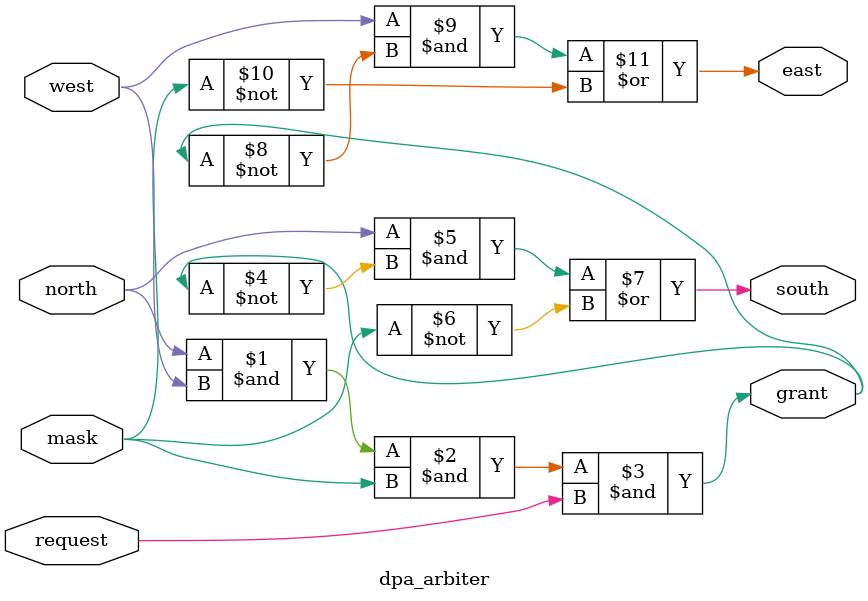
<source format=v>
module dpa_arbiter(
	north,
	west,
	south,
	east,
	request,
	grant,
	mask
	);

input wire north, request, west, mask;
output wire south, grant, east;

assign grant = north & west & mask & request;
assign south = (north & ~grant) | ~mask;
assign east  = (west  & ~grant) | ~mask;

endmodule // dpa_arbiter
</source>
